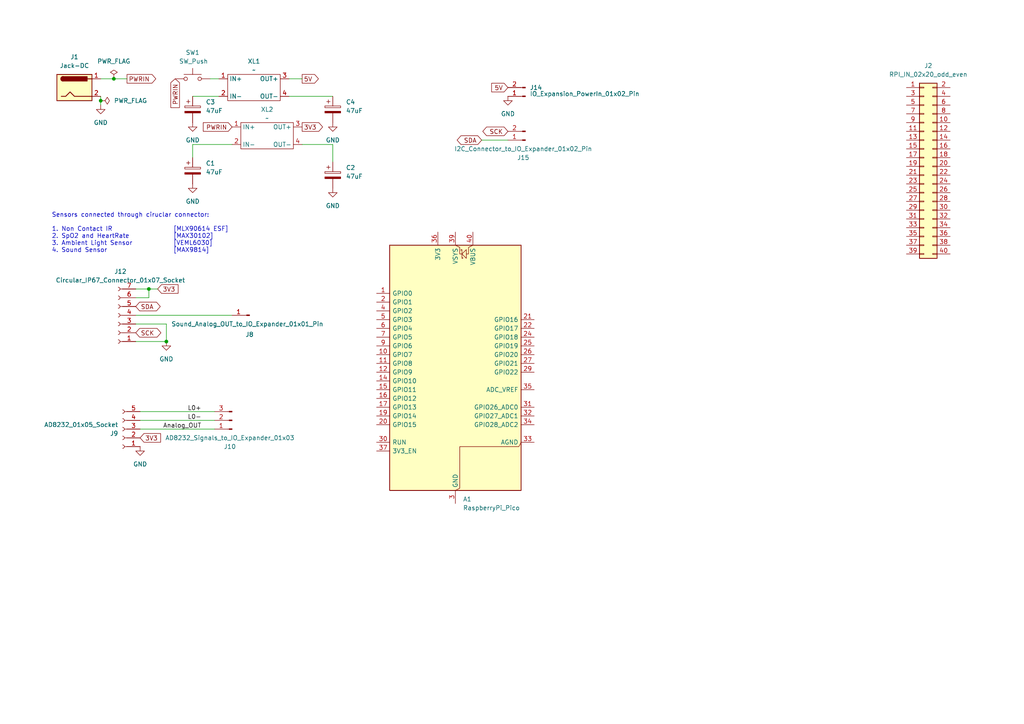
<source format=kicad_sch>
(kicad_sch (version 20231120) (generator "eeschema") (generator_version "8.0")
  (paper "A4")
  (lib_symbols
    (symbol "Connector:Conn_01x01_Pin" (pin_names (offset 1.016) hide)
      (property "Reference" "J" (at 0 2.54 0))
      (property "Value" "Conn_01x01_Pin" (at 0 -2.54 0))
      (symbol "Conn_01x01_Pin_1_1"
        (polyline (pts (xy 1.27 0) (xy 0.8636 0)) (stroke (width 0.1524)))
        (rectangle (start 0.8636 0.127) (end 0 -0.127) (stroke (width 0.1524)) (fill (type outline)))
        (pin passive line (at 5.08 0 180) (length 3.81) (name "Pin_1") (number "1"))
      )
    )
    (symbol "Connector:Conn_01x02_Pin" (pin_names (offset 1.016) hide)
      (property "Reference" "J" (at 0 2.54 0))
      (property "Value" "Conn_01x02_Pin" (at 0 -5.08 0))
      (symbol "Conn_01x02_Pin_1_1"
        (polyline (pts (xy 1.27 -2.54) (xy 0.8636 -2.54)) (stroke (width 0.1524)))
        (polyline (pts (xy 1.27 0) (xy 0.8636 0)) (stroke (width 0.1524)))
        (rectangle (start 0.8636 -2.413) (end 0 -2.667) (stroke (width 0.1524)) (fill (type outline)))
        (rectangle (start 0.8636 0.127) (end 0 -0.127) (stroke (width 0.1524)) (fill (type outline)))
        (pin passive line (at 5.08 0 180) (length 3.81) (name "Pin_1") (number "1"))
        (pin passive line (at 5.08 -2.54 180) (length 3.81) (name "Pin_2") (number "2"))
      )
    )
    (symbol "Connector:Conn_01x03_Pin" (pin_names (offset 1.016) hide)
      (property "Reference" "J" (at 0 5.08 0))
      (property "Value" "Conn_01x03_Pin" (at 0 -5.08 0))
      (symbol "Conn_01x03_Pin_1_1"
        (polyline (pts (xy 1.27 -2.54) (xy 0.8636 -2.54)) (stroke (width 0.1524)))
        (polyline (pts (xy 1.27 0) (xy 0.8636 0)) (stroke (width 0.1524)))
        (polyline (pts (xy 1.27 2.54) (xy 0.8636 2.54)) (stroke (width 0.1524)))
        (rectangle (start 0.8636 -2.413) (end 0 -2.667) (stroke (width 0.1524)) (fill (type outline)))
        (rectangle (start 0.8636 0.127) (end 0 -0.127) (stroke (width 0.1524)) (fill (type outline)))
        (rectangle (start 0.8636 2.667) (end 0 2.413) (stroke (width 0.1524)) (fill (type outline)))
        (pin passive line (at 5.08 2.54 180) (length 3.81) (name "Pin_1") (number "1"))
        (pin passive line (at 5.08 0 180) (length 3.81) (name "Pin_2") (number "2"))
        (pin passive line (at 5.08 -2.54 180) (length 3.81) (name "Pin_3") (number "3"))
      )
    )
    (symbol "Connector:Conn_01x05_Socket" (pin_names (offset 1.016) hide)
      (property "Reference" "J" (at 0 7.62 0))
      (property "Value" "Conn_01x05_Socket" (at 0 -7.62 0))
      (symbol "Conn_01x05_Socket_1_1"
        (arc (start 0 -4.572) (mid -0.5058 -5.08) (end 0 -5.588) (stroke (width 0.1524)))
        (arc (start 0 -2.032) (mid -0.5058 -2.54) (end 0 -3.048) (stroke (width 0.1524)))
        (polyline (pts (xy -1.27 -5.08) (xy -0.508 -5.08)) (stroke (width 0.1524)))
        (polyline (pts (xy -1.27 -2.54) (xy -0.508 -2.54)) (stroke (width 0.1524)))
        (polyline (pts (xy -1.27 0) (xy -0.508 0)) (stroke (width 0.1524)))
        (polyline (pts (xy -1.27 2.54) (xy -0.508 2.54)) (stroke (width 0.1524)))
        (polyline (pts (xy -1.27 5.08) (xy -0.508 5.08)) (stroke (width 0.1524)))
        (arc (start 0 0.508) (mid -0.5058 0) (end 0 -0.508) (stroke (width 0.1524)))
        (arc (start 0 3.048) (mid -0.5058 2.54) (end 0 2.032) (stroke (width 0.1524)))
        (arc (start 0 5.588) (mid -0.5058 5.08) (end 0 4.572) (stroke (width 0.1524)))
        (pin passive line (at -5.08 5.08 0) (length 3.81) (name "Pin_1") (number "1"))
        (pin passive line (at -5.08 2.54 0) (length 3.81) (name "Pin_2") (number "2"))
        (pin passive line (at -5.08 0 0) (length 3.81) (name "Pin_3") (number "3"))
        (pin passive line (at -5.08 -2.54 0) (length 3.81) (name "Pin_4") (number "4"))
        (pin passive line (at -5.08 -5.08 0) (length 3.81) (name "Pin_5") (number "5"))
      )
    )
    (symbol "Connector:Conn_01x07_Socket" (pin_names (offset 1.016) hide)
      (property "Reference" "J" (at 0 10.16 0))
      (property "Value" "Conn_01x07_Socket" (at 0 -10.16 0))
      (symbol "Conn_01x07_Socket_1_1"
        (arc (start 0 -7.112) (mid -0.5058 -7.62) (end 0 -8.128) (stroke (width 0.1524)))
        (arc (start 0 -4.572) (mid -0.5058 -5.08) (end 0 -5.588) (stroke (width 0.1524)))
        (arc (start 0 -2.032) (mid -0.5058 -2.54) (end 0 -3.048) (stroke (width 0.1524)))
        (polyline (pts (xy -1.27 -7.62) (xy -0.508 -7.62)) (stroke (width 0.1524)))
        (polyline (pts (xy -1.27 -5.08) (xy -0.508 -5.08)) (stroke (width 0.1524)))
        (polyline (pts (xy -1.27 -2.54) (xy -0.508 -2.54)) (stroke (width 0.1524)))
        (polyline (pts (xy -1.27 0) (xy -0.508 0)) (stroke (width 0.1524)))
        (polyline (pts (xy -1.27 2.54) (xy -0.508 2.54)) (stroke (width 0.1524)))
        (polyline (pts (xy -1.27 5.08) (xy -0.508 5.08)) (stroke (width 0.1524)))
        (polyline (pts (xy -1.27 7.62) (xy -0.508 7.62)) (stroke (width 0.1524)))
        (arc (start 0 0.508) (mid -0.5058 0) (end 0 -0.508) (stroke (width 0.1524)))
        (arc (start 0 3.048) (mid -0.5058 2.54) (end 0 2.032) (stroke (width 0.1524)))
        (arc (start 0 5.588) (mid -0.5058 5.08) (end 0 4.572) (stroke (width 0.1524)))
        (arc (start 0 8.128) (mid -0.5058 7.62) (end 0 7.112) (stroke (width 0.1524)))
        (pin passive line (at -5.08 7.62 0) (length 3.81) (name "Pin_1") (number "1"))
        (pin passive line (at -5.08 5.08 0) (length 3.81) (name "Pin_2") (number "2"))
        (pin passive line (at -5.08 2.54 0) (length 3.81) (name "Pin_3") (number "3"))
        (pin passive line (at -5.08 0 0) (length 3.81) (name "Pin_4") (number "4"))
        (pin passive line (at -5.08 -2.54 0) (length 3.81) (name "Pin_5") (number "5"))
        (pin passive line (at -5.08 -5.08 0) (length 3.81) (name "Pin_6") (number "6"))
        (pin passive line (at -5.08 -7.62 0) (length 3.81) (name "Pin_7") (number "7"))
      )
    )
    (symbol "Connector:Jack-DC" (pin_names (offset 1.016))
      (property "Reference" "J" (at 0 5.334 0))
      (property "Value" "Jack-DC" (at 0 -5.08 0))
      (symbol "Jack-DC_0_1"
        (rectangle (start -5.08 3.81) (end 5.08 -3.81) (stroke (width 0.254)) (fill (type background)))
        (arc (start -3.302 3.175) (mid -3.9343 2.54) (end -3.302 1.905) (stroke (width 0.254)))
        (arc (start -3.302 3.175) (mid -3.9343 2.54) (end -3.302 1.905) (stroke (width 0.254)) (fill (type outline)))
        (polyline (pts (xy 5.08 2.54) (xy 3.81 2.54)) (stroke (width 0.254)))
        (polyline (pts (xy -3.81 -2.54) (xy -2.54 -2.54) (xy -1.27 -1.27) (xy 0 -2.54) (xy 2.54 -2.54) (xy 5.08 -2.54)) (stroke (width 0.254)))
        (rectangle (start 3.683 3.175) (end -3.302 1.905) (stroke (width 0.254)) (fill (type outline)))
      )
      (symbol "Jack-DC_1_1"
        (pin passive line (at 7.62 2.54 180) (length 2.54) (name "~") (number "1"))
        (pin passive line (at 7.62 -2.54 180) (length 2.54) (name "~") (number "2"))
      )
    )
    (symbol "Connector_Generic:Conn_02x20_Odd_Even" (pin_names (offset 1.016) hide)
      (property "Reference" "J" (at 1.27 25.4 0))
      (property "Value" "Conn_02x20_Odd_Even" (at 1.27 -27.94 0))
      (symbol "Conn_02x20_Odd_Even_1_1"
        (rectangle (start -1.27 -25.273) (end 0 -25.527) (stroke (width 0.1524)))
        (rectangle (start -1.27 -22.733) (end 0 -22.987) (stroke (width 0.1524)))
        (rectangle (start -1.27 -20.193) (end 0 -20.447) (stroke (width 0.1524)))
        (rectangle (start -1.27 -17.653) (end 0 -17.907) (stroke (width 0.1524)))
        (rectangle (start -1.27 -15.113) (end 0 -15.367) (stroke (width 0.1524)))
        (rectangle (start -1.27 -12.573) (end 0 -12.827) (stroke (width 0.1524)))
        (rectangle (start -1.27 -10.033) (end 0 -10.287) (stroke (width 0.1524)))
        (rectangle (start -1.27 -7.493) (end 0 -7.747) (stroke (width 0.1524)))
        (rectangle (start -1.27 -4.953) (end 0 -5.207) (stroke (width 0.1524)))
        (rectangle (start -1.27 -2.413) (end 0 -2.667) (stroke (width 0.1524)))
        (rectangle (start -1.27 0.127) (end 0 -0.127) (stroke (width 0.1524)))
        (rectangle (start -1.27 2.667) (end 0 2.413) (stroke (width 0.1524)))
        (rectangle (start -1.27 5.207) (end 0 4.953) (stroke (width 0.1524)))
        (rectangle (start -1.27 7.747) (end 0 7.493) (stroke (width 0.1524)))
        (rectangle (start -1.27 10.287) (end 0 10.033) (stroke (width 0.1524)))
        (rectangle (start -1.27 12.827) (end 0 12.573) (stroke (width 0.1524)))
        (rectangle (start -1.27 15.367) (end 0 15.113) (stroke (width 0.1524)))
        (rectangle (start -1.27 17.907) (end 0 17.653) (stroke (width 0.1524)))
        (rectangle (start -1.27 20.447) (end 0 20.193) (stroke (width 0.1524)))
        (rectangle (start -1.27 22.987) (end 0 22.733) (stroke (width 0.1524)))
        (rectangle (start -1.27 24.13) (end 3.81 -26.67) (stroke (width 0.254)) (fill (type background)))
        (rectangle (start 3.81 -25.273) (end 2.54 -25.527) (stroke (width 0.1524)))
        (rectangle (start 3.81 -22.733) (end 2.54 -22.987) (stroke (width 0.1524)))
        (rectangle (start 3.81 -20.193) (end 2.54 -20.447) (stroke (width 0.1524)))
        (rectangle (start 3.81 -17.653) (end 2.54 -17.907) (stroke (width 0.1524)))
        (rectangle (start 3.81 -15.113) (end 2.54 -15.367) (stroke (width 0.1524)))
        (rectangle (start 3.81 -12.573) (end 2.54 -12.827) (stroke (width 0.1524)))
        (rectangle (start 3.81 -10.033) (end 2.54 -10.287) (stroke (width 0.1524)))
        (rectangle (start 3.81 -7.493) (end 2.54 -7.747) (stroke (width 0.1524)))
        (rectangle (start 3.81 -4.953) (end 2.54 -5.207) (stroke (width 0.1524)))
        (rectangle (start 3.81 -2.413) (end 2.54 -2.667) (stroke (width 0.1524)))
        (rectangle (start 3.81 0.127) (end 2.54 -0.127) (stroke (width 0.1524)))
        (rectangle (start 3.81 2.667) (end 2.54 2.413) (stroke (width 0.1524)))
        (rectangle (start 3.81 5.207) (end 2.54 4.953) (stroke (width 0.1524)))
        (rectangle (start 3.81 7.747) (end 2.54 7.493) (stroke (width 0.1524)))
        (rectangle (start 3.81 10.287) (end 2.54 10.033) (stroke (width 0.1524)))
        (rectangle (start 3.81 12.827) (end 2.54 12.573) (stroke (width 0.1524)))
        (rectangle (start 3.81 15.367) (end 2.54 15.113) (stroke (width 0.1524)))
        (rectangle (start 3.81 17.907) (end 2.54 17.653) (stroke (width 0.1524)))
        (rectangle (start 3.81 20.447) (end 2.54 20.193) (stroke (width 0.1524)))
        (rectangle (start 3.81 22.987) (end 2.54 22.733) (stroke (width 0.1524)))
        (pin passive line (at -5.08 22.86 0) (length 3.81) (name "Pin_1") (number "1"))
        (pin passive line (at 7.62 12.7 180) (length 3.81) (name "Pin_10") (number "10"))
        (pin passive line (at -5.08 10.16 0) (length 3.81) (name "Pin_11") (number "11"))
        (pin passive line (at 7.62 10.16 180) (length 3.81) (name "Pin_12") (number "12"))
        (pin passive line (at -5.08 7.62 0) (length 3.81) (name "Pin_13") (number "13"))
        (pin passive line (at 7.62 7.62 180) (length 3.81) (name "Pin_14") (number "14"))
        (pin passive line (at -5.08 5.08 0) (length 3.81) (name "Pin_15") (number "15"))
        (pin passive line (at 7.62 5.08 180) (length 3.81) (name "Pin_16") (number "16"))
        (pin passive line (at -5.08 2.54 0) (length 3.81) (name "Pin_17") (number "17"))
        (pin passive line (at 7.62 2.54 180) (length 3.81) (name "Pin_18") (number "18"))
        (pin passive line (at -5.08 0 0) (length 3.81) (name "Pin_19") (number "19"))
        (pin passive line (at 7.62 22.86 180) (length 3.81) (name "Pin_2") (number "2"))
        (pin passive line (at 7.62 0 180) (length 3.81) (name "Pin_20") (number "20"))
        (pin passive line (at -5.08 -2.54 0) (length 3.81) (name "Pin_21") (number "21"))
        (pin passive line (at 7.62 -2.54 180) (length 3.81) (name "Pin_22") (number "22"))
        (pin passive line (at -5.08 -5.08 0) (length 3.81) (name "Pin_23") (number "23"))
        (pin passive line (at 7.62 -5.08 180) (length 3.81) (name "Pin_24") (number "24"))
        (pin passive line (at -5.08 -7.62 0) (length 3.81) (name "Pin_25") (number "25"))
        (pin passive line (at 7.62 -7.62 180) (length 3.81) (name "Pin_26") (number "26"))
        (pin passive line (at -5.08 -10.16 0) (length 3.81) (name "Pin_27") (number "27"))
        (pin passive line (at 7.62 -10.16 180) (length 3.81) (name "Pin_28") (number "28"))
        (pin passive line (at -5.08 -12.7 0) (length 3.81) (name "Pin_29") (number "29"))
        (pin passive line (at -5.08 20.32 0) (length 3.81) (name "Pin_3") (number "3"))
        (pin passive line (at 7.62 -12.7 180) (length 3.81) (name "Pin_30") (number "30"))
        (pin passive line (at -5.08 -15.24 0) (length 3.81) (name "Pin_31") (number "31"))
        (pin passive line (at 7.62 -15.24 180) (length 3.81) (name "Pin_32") (number "32"))
        (pin passive line (at -5.08 -17.78 0) (length 3.81) (name "Pin_33") (number "33"))
        (pin passive line (at 7.62 -17.78 180) (length 3.81) (name "Pin_34") (number "34"))
        (pin passive line (at -5.08 -20.32 0) (length 3.81) (name "Pin_35") (number "35"))
        (pin passive line (at 7.62 -20.32 180) (length 3.81) (name "Pin_36") (number "36"))
        (pin passive line (at -5.08 -22.86 0) (length 3.81) (name "Pin_37") (number "37"))
        (pin passive line (at 7.62 -22.86 180) (length 3.81) (name "Pin_38") (number "38"))
        (pin passive line (at -5.08 -25.4 0) (length 3.81) (name "Pin_39") (number "39"))
        (pin passive line (at 7.62 20.32 180) (length 3.81) (name "Pin_4") (number "4"))
        (pin passive line (at 7.62 -25.4 180) (length 3.81) (name "Pin_40") (number "40"))
        (pin passive line (at -5.08 17.78 0) (length 3.81) (name "Pin_5") (number "5"))
        (pin passive line (at 7.62 17.78 180) (length 3.81) (name "Pin_6") (number "6"))
        (pin passive line (at -5.08 15.24 0) (length 3.81) (name "Pin_7") (number "7"))
        (pin passive line (at 7.62 15.24 180) (length 3.81) (name "Pin_8") (number "8"))
        (pin passive line (at -5.08 12.7 0) (length 3.81) (name "Pin_9") (number "9"))
      )
    )
    (symbol "Device:C_Polarized" (pin_numbers hide) (pin_names (offset 0.254))
      (property "Reference" "C" (at 0.635 2.54 0))
      (property "Value" "C_Polarized" (at 0.635 -2.54 0))
      (symbol "C_Polarized_0_1"
        (rectangle (start -2.286 0.508) (end 2.286 1.016))
        (polyline (pts (xy -1.778 2.286) (xy -0.762 2.286)))
        (polyline (pts (xy -1.27 2.794) (xy -1.27 1.778)))
        (rectangle (start 2.286 -0.508) (end -2.286 -1.016) (fill (type outline)))
      )
      (symbol "C_Polarized_1_1"
        (pin passive line (at 0 3.81 270) (length 2.794) (name "~") (number "1"))
        (pin passive line (at 0 -3.81 90) (length 2.794) (name "~") (number "2"))
      )
    )
    (symbol "MCU_Module_RaspberryPi_Pico:RaspberryPi_Pico" (pin_names (offset 0.762))
      (property "Reference" "A" (at -19.05 38.1 0))
      (property "Value" "RaspberryPi_Pico" (at 7.62 38.1 0))
      (symbol "RaspberryPi_Pico_0_1"
        (rectangle (start -19.05 36.83) (end 19.05 -34.29) (stroke (width 0.254)) (fill (type background)))
        (polyline (pts (xy 0 36.83) (xy 1.27 36.195) (xy 1.27 34.29) (xy 1.905 34.29)))
        (polyline (pts (xy 1.905 34.29) (xy 3.175 35.56) (xy 3.175 33.02) (xy 1.905 34.29)))
        (polyline (pts (xy 5.08 36.83) (xy 3.81 36.195) (xy 3.81 34.29) (xy 3.175 34.29)))
        (polyline (pts (xy 0 -34.29) (xy 1.27 -33.655) (xy 1.27 -21.59) (xy 18.415 -21.59) (xy 19.05 -20.32)))
        (polyline (pts (xy 1.651 35.306) (xy 1.651 35.56) (xy 1.905 35.56) (xy 1.905 33.02) (xy 2.159 33.02) (xy 2.159 33.274)))
      )
      (symbol "RaspberryPi_Pico_1_1"
        (pin bidirectional line (at -22.86 22.86 0) (length 3.81) (name "GPIO0") (number "1"))
        (pin bidirectional line (at -22.86 5.08 0) (length 3.81) (name "GPIO7") (number "10"))
        (pin bidirectional line (at -22.86 2.54 0) (length 3.81) (name "GPIO8") (number "11"))
        (pin bidirectional line (at -22.86 0 0) (length 3.81) (name "GPIO9") (number "12"))
        (pin passive line (at 0 -38.1 90) (length 3.81) hide (name "GND") (number "13"))
        (pin bidirectional line (at -22.86 -2.54 0) (length 3.81) (name "GPIO10") (number "14"))
        (pin bidirectional line (at -22.86 -5.08 0) (length 3.81) (name "GPIO11") (number "15"))
        (pin bidirectional line (at -22.86 -7.62 0) (length 3.81) (name "GPIO12") (number "16"))
        (pin bidirectional line (at -22.86 -10.16 0) (length 3.81) (name "GPIO13") (number "17"))
        (pin passive line (at 0 -38.1 90) (length 3.81) hide (name "GND") (number "18"))
        (pin bidirectional line (at -22.86 -12.7 0) (length 3.81) (name "GPIO14") (number "19"))
        (pin bidirectional line (at -22.86 20.32 0) (length 3.81) (name "GPIO1") (number "2"))
        (pin bidirectional line (at -22.86 -15.24 0) (length 3.81) (name "GPIO15") (number "20"))
        (pin bidirectional line (at 22.86 15.24 180) (length 3.81) (name "GPIO16") (number "21"))
        (pin bidirectional line (at 22.86 12.7 180) (length 3.81) (name "GPIO17") (number "22"))
        (pin passive line (at 0 -38.1 90) (length 3.81) hide (name "GND") (number "23"))
        (pin bidirectional line (at 22.86 10.16 180) (length 3.81) (name "GPIO18") (number "24"))
        (pin bidirectional line (at 22.86 7.62 180) (length 3.81) (name "GPIO19") (number "25"))
        (pin bidirectional line (at 22.86 5.08 180) (length 3.81) (name "GPIO20") (number "26"))
        (pin bidirectional line (at 22.86 2.54 180) (length 3.81) (name "GPIO21") (number "27"))
        (pin passive line (at 0 -38.1 90) (length 3.81) hide (name "GND") (number "28"))
        (pin bidirectional line (at 22.86 0 180) (length 3.81) (name "GPIO22") (number "29"))
        (pin power_out line (at 0 -38.1 90) (length 3.81) (name "GND") (number "3"))
        (pin input line (at -22.86 -20.32 0) (length 3.81) (name "RUN") (number "30"))
        (pin bidirectional line (at 22.86 -10.16 180) (length 3.81) (name "GPIO26_ADC0") (number "31"))
        (pin bidirectional line (at 22.86 -12.7 180) (length 3.81) (name "GPIO27_ADC1") (number "32"))
        (pin power_out line (at 22.86 -20.32 180) (length 3.81) (name "AGND") (number "33"))
        (pin bidirectional line (at 22.86 -15.24 180) (length 3.81) (name "GPIO28_ADC2") (number "34"))
        (pin power_in line (at 22.86 -5.08 180) (length 3.81) (name "ADC_VREF") (number "35"))
        (pin power_out line (at -5.08 40.64 270) (length 3.81) (name "3V3") (number "36"))
        (pin input line (at -22.86 -22.86 0) (length 3.81) (name "3V3_EN") (number "37"))
        (pin passive line (at 0 -38.1 90) (length 3.81) hide (name "GND") (number "38"))
        (pin power_in line (at 0 40.64 270) (length 3.81) (name "VSYS") (number "39"))
        (pin bidirectional line (at -22.86 17.78 0) (length 3.81) (name "GPIO2") (number "4"))
        (pin power_out line (at 5.08 40.64 270) (length 3.81) (name "VBUS") (number "40"))
        (pin bidirectional line (at -22.86 15.24 0) (length 3.81) (name "GPIO3") (number "5"))
        (pin bidirectional line (at -22.86 12.7 0) (length 3.81) (name "GPIO4") (number "6"))
        (pin bidirectional line (at -22.86 10.16 0) (length 3.81) (name "GPIO5") (number "7"))
        (pin passive line (at 0 -38.1 90) (length 3.81) hide (name "GND") (number "8"))
        (pin bidirectional line (at -22.86 7.62 0) (length 3.81) (name "GPIO6") (number "9"))
      )
    )
    (symbol "Switch:SW_Push" (pin_numbers hide) (pin_names (offset 1.016) hide)
      (property "Reference" "SW" (at 1.27 2.54 0))
      (property "Value" "SW_Push" (at 0 -1.524 0))
      (symbol "SW_Push_0_1"
        (circle (center -2.032 0) (radius 0.508))
        (polyline (pts (xy 0 1.27) (xy 0 3.048)))
        (polyline (pts (xy 2.54 1.27) (xy -2.54 1.27)))
        (circle (center 2.032 0) (radius 0.508))
        (pin passive line (at -5.08 0 0) (length 2.54) (name "1") (number "1"))
        (pin passive line (at 5.08 0 180) (length 2.54) (name "2") (number "2"))
      )
    )
    (symbol "XL4015_DC_DC_Buck_Converter_Module:XL4015_Buck_Converter_Module"
      (property "Reference" "XL4015" (at 0 0 0))
      (symbol "XL4015_Buck_Converter_Module_0_1"
        (rectangle (start -7.62 3.81) (end 7.62 -3.81))
      )
      (symbol "XL4015_Buck_Converter_Module_1_1"
        (pin input line (at -10.16 2.54 0) (length 2.54) (name "IN+") (number "1"))
        (pin input line (at -10.16 -2.54 0) (length 2.54) (name "IN-") (number "2"))
        (pin output line (at 10.16 2.54 180) (length 2.54) (name "OUT+") (number "3"))
        (pin output line (at 10.16 -2.54 180) (length 2.54) (name "OUT-") (number "4"))
      )
    )
    (symbol "power:GND" (power) (pin_numbers hide) (pin_names (offset 0) hide)
      (property "Value" "GND" (at 0 -3.81 0))
      (symbol "GND_0_1"
        (polyline (pts (xy 0 0) (xy 0 -1.27) (xy 1.27 -1.27) (xy 0 -2.54) (xy -1.27 -1.27) (xy 0 -1.27)))
      )
      (symbol "GND_1_1"
        (pin power_in line (at 0 0 270) (length 0) (name "~") (number "1"))
      )
    )
    (symbol "power:PWR_FLAG" (power) (pin_numbers hide) (pin_names (offset 0) hide)
      (property "Value" "PWR_FLAG" (at 0 3.81 0))
      (symbol "PWR_FLAG_0_0"
        (pin power_out line (at 0 0 90) (length 0) (name "~") (number "1"))
      )
      (symbol "PWR_FLAG_0_1"
        (polyline (pts (xy 0 0) (xy 0 1.27) (xy -1.016 1.905) (xy 0 2.54) (xy 1.016 1.905) (xy 0 1.27)))
      )
    )
  )
  (junction (at 48.26 99.06))
  (junction (at 43.18 83.82))
  (junction (at 29.21 29.21))
  (junction (at 33.02 22.86))
  (wire (pts (xy 60.96 22.86) (xy 63.5 22.86)))
  (wire (pts (xy 96.52 41.91) (xy 96.52 46.99)))
  (wire (pts (xy 43.18 83.82) (xy 43.18 86.36)))
  (wire (pts (xy 63.5 27.94) (xy 55.88 27.94)))
  (wire (pts (xy 39.37 86.36) (xy 43.18 86.36)))
  (wire (pts (xy 48.26 93.98) (xy 48.26 99.06)))
  (wire (pts (xy 39.37 93.98) (xy 48.26 93.98)))
  (wire (pts (xy 43.18 83.82) (xy 39.37 83.82)))
  (wire (pts (xy 83.82 27.94) (xy 96.52 27.94)))
  (wire (pts (xy 33.02 22.86) (xy 29.21 22.86)))
  (wire (pts (xy 147.32 40.64) (xy 139.7 40.64)))
  (wire (pts (xy 39.37 99.06) (xy 48.26 99.06)))
  (wire (pts (xy 87.63 41.91) (xy 96.52 41.91)))
  (wire (pts (xy 55.88 41.91) (xy 55.88 45.72)))
  (wire (pts (xy 83.82 22.86) (xy 87.63 22.86)))
  (wire (pts (xy 62.23 124.46) (xy 40.64 124.46)))
  (wire (pts (xy 36.83 22.86) (xy 33.02 22.86)))
  (wire (pts (xy 29.21 30.48) (xy 29.21 29.21)))
  (wire (pts (xy 39.37 91.44) (xy 67.31 91.44)))
  (wire (pts (xy 62.23 121.92) (xy 40.64 121.92)))
  (wire (pts (xy 62.23 119.38) (xy 40.64 119.38)))
  (wire (pts (xy 55.88 41.91) (xy 67.31 41.91)))
  (wire (pts (xy 29.21 29.21) (xy 29.21 27.94)))
  (wire (pts (xy 45.72 83.82) (xy 43.18 83.82)))
  (text "Sensors connected through ciruclar connector:\n\n1. Non Contact IR 			[MLX90614 ESF]\n2. SpO2 and HeartRate 		[MAX30102]\n3. Ambient Light Sensor 	[VEML6030]\n4. Sound Sensor				[MAX9814]" (at 14.986 67.564 0) (effects (font (size 1.27 1.27)) (justify left)))
  (label "Analog_OUT" (at 58.42 124.46 180))
  (label "L0-" (at 58.42 121.92 180))
  (label "L0+" (at 58.42 119.38 180))
  (global_label "5V" (shape output) (at 87.63 22.86 0) (property "Intersheetrefs" "${INTERSHEET_REFS}" (effects (hide yes))))
  (global_label "PWRIN" (shape input) (at 67.31 36.83 180) (property "Intersheetrefs" "${INTERSHEET_REFS}" (effects (hide yes))))
  (global_label "3V3" (shape output) (at 87.63 36.83 0) (property "Intersheetrefs" "${INTERSHEET_REFS}" (effects (hide yes))))
  (global_label "SCK" (shape bidirectional) (at 39.37 96.52 0) (property "Intersheetrefs" "${INTERSHEET_REFS}" (effects (hide yes))))
  (global_label "SDA" (shape bidirectional) (at 39.37 88.9 0) (property "Intersheetrefs" "${INTERSHEET_REFS}" (effects (hide yes))))
  (global_label "SDA" (shape bidirectional) (at 139.7 40.64 180) (property "Intersheetrefs" "${INTERSHEET_REFS}" (effects (hide yes))))
  (global_label "5V" (shape input) (at 147.32 25.4 180) (property "Intersheetrefs" "${INTERSHEET_REFS}" (effects (hide yes))))
  (global_label "3V3" (shape input) (at 45.72 83.82 0) (property "Intersheetrefs" "${INTERSHEET_REFS}" (effects (hide yes))))
  (global_label "PWRIN" (shape output) (at 36.83 22.86 0) (property "Intersheetrefs" "${INTERSHEET_REFS}" (effects (hide yes))))
  (global_label "SCK" (shape bidirectional) (at 147.32 38.1 180) (property "Intersheetrefs" "${INTERSHEET_REFS}" (effects (hide yes))))
  (global_label "PWRIN" (shape input) (at 50.8 22.86 270) (property "Intersheetrefs" "${INTERSHEET_REFS}" (effects (hide yes))))
  (global_label "3V3" (shape input) (at 40.64 127 0) (property "Intersheetrefs" "${INTERSHEET_REFS}" (effects (hide yes))))
  (symbol (lib_id "XL4015_DC_DC_Buck_Converter_Module:XL4015_Buck_Converter_Module") (at 77.47 39.37 0) (unit 1)
    (property "Reference" "XL2" (at 77.47 31.75 0) (effects (font (thickness 0.1588))))
    (property "Value" "~" (at 77.47 34.29 0))
  )
  (symbol (lib_id "XL4015_DC_DC_Buck_Converter_Module:XL4015_Buck_Converter_Module") (at 73.66 25.4 0) (unit 1)
    (property "Reference" "XL1" (at 73.66 17.78 0) (effects (font (thickness 0.1588))))
    (property "Value" "~" (at 73.66 20.32 0))
  )
  (symbol (lib_id "power:PWR_FLAG") (at 33.02 22.86 0) (unit 1)
    (property "Reference" "#FLG01" (effects (hide yes)))
    (property "Value" "PWR_FLAG" (at 33.02 17.78 0))
    (property "Description" "Special symbol for telling ERC where power comes from" (effects (hide yes)))
  )
  (symbol (lib_id "power:PWR_FLAG") (at 29.21 29.21 270) (unit 1)
    (property "Reference" "#FLG02" (effects (hide yes)))
    (property "Value" "PWR_FLAG" (at 33.02 29.2099 90) (effects (justify left)))
    (property "Description" "Special symbol for telling ERC where power comes from" (effects (hide yes)))
  )
  (symbol (lib_id "Device:C_Polarized") (at 96.52 31.75 0) (unit 1)
    (property "Reference" "C4" (at 100.33 29.5909 0) (effects (justify left)))
    (property "Value" "47uF" (at 100.33 32.1309 0) (effects (justify left)))
    (property "Description" "Polarized capacitor" (effects (hide yes)))
  )
  (symbol (lib_id "Connector:Conn_01x02_Pin") (at 152.4 27.94 180) (unit 1)
    (property "Reference" "J14" (at 153.67 25.3999 0) (effects (justify right)))
    (property "Value" "IO_Expansion_PowerIn_01x02_Pin" (at 153.67 27.9399 0) (effects (justify right top)))
    (property "Footprint" "Connector_JST:JST_XH_B2B-XH-A_1x02_P2.50mm_Vertical" (effects (hide yes)))
    (property "Description" "Generic connector, single row, 01x02, script generated" (effects (hide yes)))
  )
  (symbol (lib_id "power:GND") (at 29.21 30.48 0) (unit 1)
    (property "Reference" "#PWR03" (effects (hide yes)))
    (property "Value" "GND" (at 29.21 35.56 0))
    (property "Description" "Power symbol creates a global label with name \"GND\" , ground" (effects (hide yes)))
  )
  (symbol (lib_id "Connector_Generic:Conn_02x20_Odd_Even") (at 267.97 48.26 0) (unit 1)
    (property "Reference" "J2" (at 269.24 19.05 0))
    (property "Value" "RPI_IN_02x20_odd_even" (at 269.24 21.59 0))
    (property "Footprint" "Connector_PinHeader_2.54mm:PinHeader_2x20_P2.54mm_Horizontal" (effects (hide yes)))
    (property "Description" "Generic connector, double row, 02x20, odd/even pin numbering scheme (row 1 odd numbers, row 2 even numbers), script generated (kicad-library-utils/schlib/autogen/connector/)" (effects (hide yes)))
  )
  (symbol (lib_id "Device:C_Polarized") (at 55.88 31.75 0) (unit 1)
    (property "Reference" "C3" (at 59.69 29.5909 0) (effects (justify left)))
    (property "Value" "47uF" (at 59.69 32.1309 0) (effects (justify left)))
    (property "Description" "Polarized capacitor" (effects (hide yes)))
  )
  (symbol (lib_id "MCU_Module_RaspberryPi_Pico:RaspberryPi_Pico") (at 132.08 107.95 0) (unit 1)
    (property "Reference" "A1" (at 134.2741 144.78 0) (effects (justify left)))
    (property "Value" "RaspberryPi_Pico" (at 134.2741 147.32 0) (effects (justify left)))
    (property "Footprint" "Module_RaspberryPi_Pico:RaspberryPi_Pico_Common" (effects (hide yes)))
    (property "Datasheet" "https://datasheets.raspberrypi.com/pico/pico-datasheet.pdf" (effects (hide yes)))
    (property "Description" "Versatile and inexpensive microcontroller module powered by RP2040 dual-core Arm Cortex-M0+ processor up to 133 MHz, 264kB SRAM, 2MB QSPI flash" (effects (hide yes)))
  )
  (symbol (lib_id "power:GND") (at 48.26 99.06 0) (unit 1)
    (property "Reference" "#PWR09" (effects (hide yes)))
    (property "Value" "GND" (at 48.26 104.14 0))
    (property "Description" "Power symbol creates a global label with name \"GND\" , ground" (effects (hide yes)))
  )
  (symbol (lib_id "power:GND") (at 55.88 53.34 0) (unit 1)
    (property "Reference" "#PWR04" (effects (hide yes)))
    (property "Value" "GND" (at 55.88 58.42 0))
    (property "Description" "Power symbol creates a global label with name \"GND\" , ground" (effects (hide yes)))
  )
  (symbol (lib_id "Connector:Conn_01x01_Pin") (at 72.39 91.44 180) (unit 1)
    (property "Reference" "J8" (at 72.39 97.028 0))
    (property "Value" "Sound_Analog_OUT_to_IO_Expander_01x01_Pin" (at 71.755 93.98 0))
    (property "Description" "Generic connector, single row, 01x01, script generated" (effects (hide yes)))
  )
  (symbol (lib_id "power:GND") (at 147.32 27.94 0) (unit 1)
    (property "Reference" "#PWR011" (effects (hide yes)))
    (property "Value" "GND" (at 147.32 33.02 0))
    (property "Description" "Power symbol creates a global label with name \"GND\" , ground" (effects (hide yes)))
  )
  (symbol (lib_id "power:GND") (at 96.52 54.61 0) (unit 1)
    (property "Reference" "#PWR01" (effects (hide yes)))
    (property "Value" "GND" (at 96.52 59.69 0))
    (property "Description" "Power symbol creates a global label with name \"GND\" , ground" (effects (hide yes)))
  )
  (symbol (lib_id "Device:C_Polarized") (at 55.88 49.53 0) (unit 1)
    (property "Reference" "C1" (at 59.69 47.3709 0) (effects (justify left)))
    (property "Value" "47uF" (at 59.69 49.9109 0) (effects (justify left)))
    (property "Description" "Polarized capacitor" (effects (hide yes)))
  )
  (symbol (lib_id "power:GND") (at 40.64 129.54 0) (unit 1)
    (property "Reference" "#PWR07" (effects (hide yes)))
    (property "Value" "GND" (at 40.64 134.62 0))
    (property "Description" "Power symbol creates a global label with name \"GND\" , ground" (effects (hide yes)))
  )
  (symbol (lib_id "Connector:Jack-DC") (at 21.59 25.4 0) (unit 1)
    (property "Reference" "J1" (at 21.59 16.51 0))
    (property "Value" "Jack-DC" (at 21.59 19.05 0))
    (property "Description" "DC Barrel Jack" (effects (hide yes)))
  )
  (symbol (lib_id "Connector:Conn_01x07_Socket") (at 34.29 91.44 180) (unit 1)
    (property "Reference" "J12" (at 34.925 78.74 0))
    (property "Value" "Circular_IP67_Connector_01x07_Socket" (at 34.925 81.28 0))
    (property "Footprint" "Connector_Harwin:Harwin_M20-89007xx_1x07_P2.54mm_Horizontal" (effects (hide yes)))
    (property "Description" "Generic connector, single row, 01x07, script generated" (effects (hide yes)))
  )
  (symbol (lib_id "Connector:Conn_01x03_Pin") (at 67.31 121.92 180) (unit 1)
    (property "Reference" "J10" (at 66.675 129.54 0))
    (property "Value" "AD8232_Signals_to_IO_Expander_01x03" (at 66.675 127 0))
    (property "Description" "Generic connector, single row, 01x03, script generated" (effects (hide yes)))
  )
  (symbol (lib_id "Connector:Conn_01x02_Pin") (at 152.4 40.64 180) (unit 1)
    (property "Reference" "J15" (at 151.765 45.72 0))
    (property "Value" "I2C_Connector_to_IO_Expander_01x02_Pin" (at 151.765 43.18 0))
    (property "Footprint" "Connector_JST:JST_XH_B2B-XH-AM_1x02_P2.50mm_Vertical" (effects (hide yes)))
    (property "Description" "Generic connector, single row, 01x02, script generated" (effects (hide yes)))
  )
  (symbol (lib_id "power:GND") (at 96.52 35.56 0) (unit 1)
    (property "Reference" "#PWR05" (effects (hide yes)))
    (property "Value" "GND" (at 96.52 40.64 0))
    (property "Description" "Power symbol creates a global label with name \"GND\" , ground" (effects (hide yes)))
  )
  (symbol (lib_id "power:GND") (at 55.88 35.56 0) (unit 1)
    (property "Reference" "#PWR02" (effects (hide yes)))
    (property "Value" "GND" (at 55.88 40.64 0))
    (property "Description" "Power symbol creates a global label with name \"GND\" , ground" (effects (hide yes)))
  )
  (symbol (lib_id "Device:C_Polarized") (at 96.52 50.8 0) (unit 1)
    (property "Reference" "C2" (at 100.33 48.6409 0) (effects (justify left)))
    (property "Value" "47uF" (at 100.33 51.1809 0) (effects (justify left)))
    (property "Description" "Polarized capacitor" (effects (hide yes)))
  )
  (symbol (lib_id "Switch:SW_Push") (at 55.88 22.86 0) (unit 1)
    (property "Reference" "SW1" (at 55.88 15.24 0))
    (property "Value" "SW_Push" (at 56.134 17.78 0))
    (property "Footprint" "Button_Switch_SMD:SW_SPST_Omron_B3FS-105xP" (effects (hide yes)))
    (property "Description" "Push button switch, generic, two pins" (effects (hide yes)))
  )
  (symbol (lib_id "Connector:Conn_01x05_Socket") (at 35.56 124.46 180) (unit 1)
    (property "Reference" "J9" (at 34.29 125.7301 0) (effects (justify left)))
    (property "Value" "AD8232_01x05_Socket" (at 34.29 123.1901 0) (effects (justify left)))
    (property "Description" "Generic connector, single row, 01x05, script generated" (effects (hide yes)))
  )
)
</source>
